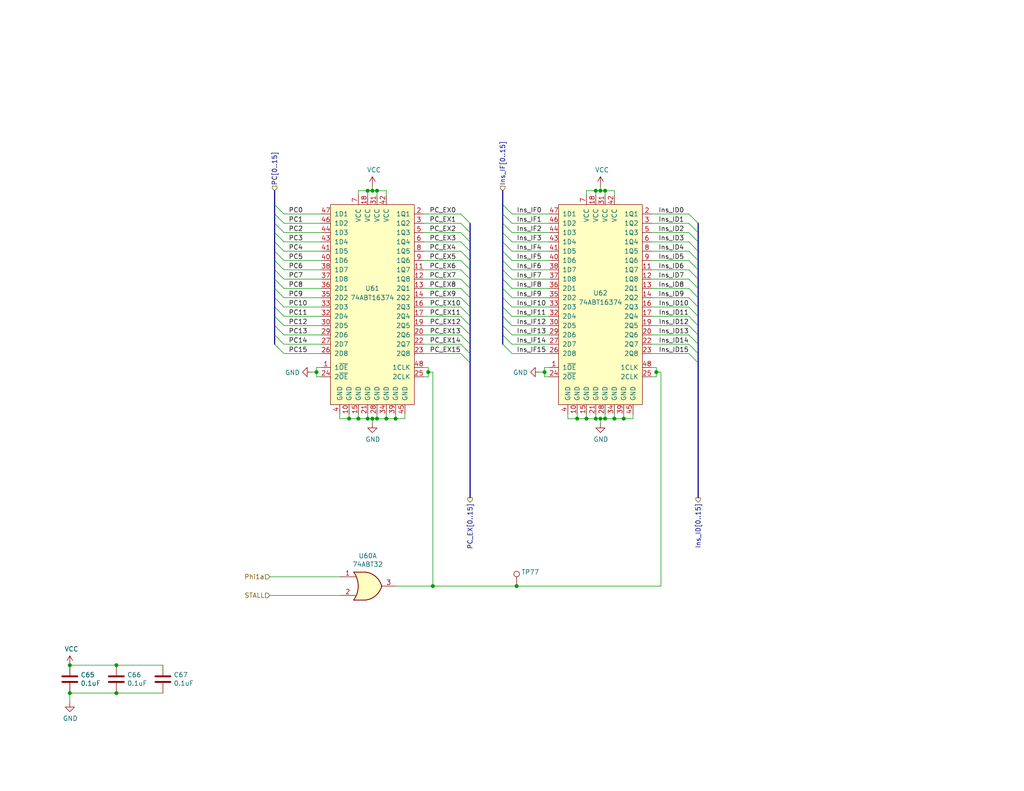
<source format=kicad_sch>
(kicad_sch (version 20230121) (generator eeschema)
  (paper "USLetter")
  (title_block (title "IF/ID") (date "2023-11-19") (rev "A") (comment 4 "Interstage pipeline registers between IF and ID"))
  (lib_symbols
    (symbol "74xx (kicad5):74ABT16374" (pin_names (offset 1.016))
      (property "Reference" "U" (at 0 1.27 0))
      (property "Value" "74ABT16374" (at 0 -1.27 0))
      (symbol "74ABT16374_0_0"
        (pin input line (at -13.97 -20.32 0) (length 2.54) (name "1~{OE}") (number "1"))
        (pin power_in line (at -6.35 -33.02 90) (length 2.54) (name "GND") (number "10"))
        (pin tri_state line (at 13.97 6.35 180) (length 2.54) (name "1Q7") (number "11"))
        (pin tri_state line (at 13.97 3.81 180) (length 2.54) (name "1Q8") (number "12"))
        (pin tri_state line (at 13.97 1.27 180) (length 2.54) (name "2Q1") (number "13"))
        (pin tri_state line (at 13.97 -1.27 180) (length 2.54) (name "2Q2") (number "14"))
        (pin power_in line (at -3.81 -33.02 90) (length 2.54) (name "GND") (number "15"))
        (pin tri_state line (at 13.97 -3.81 180) (length 2.54) (name "2Q3") (number "16"))
        (pin tri_state line (at 13.97 -6.35 180) (length 2.54) (name "2Q4") (number "17"))
        (pin power_in line (at -1.27 26.67 270) (length 2.54) (name "VCC") (number "18"))
        (pin tri_state line (at 13.97 -8.89 180) (length 2.54) (name "2Q5") (number "19"))
        (pin tri_state line (at 13.97 21.59 180) (length 2.54) (name "1Q1") (number "2"))
        (pin tri_state line (at 13.97 -11.43 180) (length 2.54) (name "2Q6") (number "20"))
        (pin power_in line (at -1.27 -33.02 90) (length 2.54) (name "GND") (number "21"))
        (pin tri_state line (at 13.97 -13.97 180) (length 2.54) (name "2Q7") (number "22"))
        (pin tri_state line (at 13.97 -16.51 180) (length 2.54) (name "2Q8") (number "23"))
        (pin input line (at -13.97 -22.86 0) (length 2.54) (name "2~{OE}") (number "24"))
        (pin input line (at 13.97 -22.86 180) (length 2.54) (name "2CLK") (number "25"))
        (pin input line (at -13.97 -16.51 0) (length 2.54) (name "2D8") (number "26"))
        (pin input line (at -13.97 -13.97 0) (length 2.54) (name "2D7") (number "27"))
        (pin power_in line (at 1.27 -33.02 90) (length 2.54) (name "GND") (number "28"))
        (pin input line (at -13.97 -11.43 0) (length 2.54) (name "2D6") (number "29"))
        (pin tri_state line (at 13.97 19.05 180) (length 2.54) (name "1Q2") (number "3"))
        (pin input line (at -13.97 -8.89 0) (length 2.54) (name "2D5") (number "30"))
        (pin power_in line (at 1.27 26.67 270) (length 2.54) (name "VCC") (number "31"))
        (pin input line (at -13.97 -6.35 0) (length 2.54) (name "2D4") (number "32"))
        (pin input line (at -13.97 -3.81 0) (length 2.54) (name "2D3") (number "33"))
        (pin power_in line (at 3.81 -33.02 90) (length 2.54) (name "GND") (number "34"))
        (pin input line (at -13.97 -1.27 0) (length 2.54) (name "2D2") (number "35"))
        (pin input line (at -13.97 1.27 0) (length 2.54) (name "2D1") (number "36"))
        (pin input line (at -13.97 3.81 0) (length 2.54) (name "1D8") (number "37"))
        (pin input line (at -13.97 6.35 0) (length 2.54) (name "1D7") (number "38"))
        (pin power_in line (at 6.35 -33.02 90) (length 2.54) (name "GND") (number "39"))
        (pin power_in line (at -8.89 -33.02 90) (length 2.54) (name "GND") (number "4"))
        (pin input line (at -13.97 8.89 0) (length 2.54) (name "1D6") (number "40"))
        (pin input line (at -13.97 11.43 0) (length 2.54) (name "1D5") (number "41"))
        (pin power_in line (at 3.81 26.67 270) (length 2.54) (name "VCC") (number "42"))
        (pin input line (at -13.97 13.97 0) (length 2.54) (name "1D4") (number "43"))
        (pin input line (at -13.97 16.51 0) (length 2.54) (name "1D3") (number "44"))
        (pin power_in line (at 8.89 -33.02 90) (length 2.54) (name "GND") (number "45"))
        (pin input line (at -13.97 19.05 0) (length 2.54) (name "1D2") (number "46"))
        (pin input line (at -13.97 21.59 0) (length 2.54) (name "1D1") (number "47"))
        (pin input line (at 13.97 -20.32 180) (length 2.54) (name "1CLK") (number "48"))
        (pin tri_state line (at 13.97 16.51 180) (length 2.54) (name "1Q3") (number "5"))
        (pin tri_state line (at 13.97 13.97 180) (length 2.54) (name "1Q4") (number "6"))
        (pin power_in line (at -3.81 26.67 270) (length 2.54) (name "VCC") (number "7"))
        (pin tri_state line (at 13.97 11.43 180) (length 2.54) (name "1Q5") (number "8"))
        (pin tri_state line (at 13.97 8.89 180) (length 2.54) (name "1Q6") (number "9"))
      )
      (symbol "74ABT16374_0_1"
        (rectangle (start -11.43 24.13) (end 11.43 -30.48) (fill (type background)))
      )
    )
    (symbol "74xx:74LS32" (pin_names (offset 1.016))
      (property "Reference" "U" (at 0 1.27 0))
      (property "Value" "74LS32" (at 0 -1.27 0))
      (symbol "74LS32_1_1"
        (arc (start -3.81 -3.81) (mid -2.589 0) (end -3.81 3.81) (stroke (width 0.254)))
        (arc (start -0.6096 -3.81) (mid 2.1842 -2.5851) (end 3.81 0) (stroke (width 0.254)) (fill (type background)))
        (polyline (pts (xy -3.81 -3.81) (xy -0.635 -3.81)) (stroke (width 0.254)) (fill (type background)))
        (polyline (pts (xy -3.81 3.81) (xy -0.635 3.81)) (stroke (width 0.254)) (fill (type background)))
        (polyline (pts (xy -0.635 3.81) (xy -3.81 3.81) (xy -3.81 3.81) (xy -3.556 3.4036) (xy -3.0226 2.2606) (xy -2.6924 1.0414) (xy -2.6162 -0.254) (xy -2.7686 -1.4986) (xy -3.175 -2.7178) (xy -3.81 -3.81) (xy -3.81 -3.81) (xy -0.635 -3.81)) (stroke (width -25.4)) (fill (type background)))
        (arc (start 3.81 0) (mid 2.1915 2.5936) (end -0.6096 3.81) (stroke (width 0.254)) (fill (type background)))
        (pin input line (at -7.62 2.54 0) (length 4.318) (name "~") (number "1"))
        (pin input line (at -7.62 -2.54 0) (length 4.318) (name "~") (number "2"))
        (pin output line (at 7.62 0 180) (length 3.81) (name "~") (number "3"))
      )
      (symbol "74LS32_1_2"
        (arc (start 0 -3.81) (mid 3.7934 0) (end 0 3.81) (stroke (width 0.254)) (fill (type background)))
        (polyline (pts (xy 0 3.81) (xy -3.81 3.81) (xy -3.81 -3.81) (xy 0 -3.81)) (stroke (width 0.254)) (fill (type background)))
        (pin input inverted (at -7.62 2.54 0) (length 3.81) (name "~") (number "1"))
        (pin input inverted (at -7.62 -2.54 0) (length 3.81) (name "~") (number "2"))
        (pin output inverted (at 7.62 0 180) (length 3.81) (name "~") (number "3"))
      )
      (symbol "74LS32_2_1"
        (arc (start -3.81 -3.81) (mid -2.589 0) (end -3.81 3.81) (stroke (width 0.254)))
        (arc (start -0.6096 -3.81) (mid 2.1842 -2.5851) (end 3.81 0) (stroke (width 0.254)) (fill (type background)))
        (polyline (pts (xy -3.81 -3.81) (xy -0.635 -3.81)) (stroke (width 0.254)) (fill (type background)))
        (polyline (pts (xy -3.81 3.81) (xy -0.635 3.81)) (stroke (width 0.254)) (fill (type background)))
        (polyline (pts (xy -0.635 3.81) (xy -3.81 3.81) (xy -3.81 3.81) (xy -3.556 3.4036) (xy -3.0226 2.2606) (xy -2.6924 1.0414) (xy -2.6162 -0.254) (xy -2.7686 -1.4986) (xy -3.175 -2.7178) (xy -3.81 -3.81) (xy -3.81 -3.81) (xy -0.635 -3.81)) (stroke (width -25.4)) (fill (type background)))
        (arc (start 3.81 0) (mid 2.1915 2.5936) (end -0.6096 3.81) (stroke (width 0.254)) (fill (type background)))
        (pin input line (at -7.62 2.54 0) (length 4.318) (name "~") (number "4"))
        (pin input line (at -7.62 -2.54 0) (length 4.318) (name "~") (number "5"))
        (pin output line (at 7.62 0 180) (length 3.81) (name "~") (number "6"))
      )
      (symbol "74LS32_2_2"
        (arc (start 0 -3.81) (mid 3.7934 0) (end 0 3.81) (stroke (width 0.254)) (fill (type background)))
        (polyline (pts (xy 0 3.81) (xy -3.81 3.81) (xy -3.81 -3.81) (xy 0 -3.81)) (stroke (width 0.254)) (fill (type background)))
        (pin input inverted (at -7.62 2.54 0) (length 3.81) (name "~") (number "4"))
        (pin input inverted (at -7.62 -2.54 0) (length 3.81) (name "~") (number "5"))
        (pin output inverted (at 7.62 0 180) (length 3.81) (name "~") (number "6"))
      )
      (symbol "74LS32_3_1"
        (arc (start -3.81 -3.81) (mid -2.589 0) (end -3.81 3.81) (stroke (width 0.254)))
        (arc (start -0.6096 -3.81) (mid 2.1842 -2.5851) (end 3.81 0) (stroke (width 0.254)) (fill (type background)))
        (polyline (pts (xy -3.81 -3.81) (xy -0.635 -3.81)) (stroke (width 0.254)) (fill (type background)))
        (polyline (pts (xy -3.81 3.81) (xy -0.635 3.81)) (stroke (width 0.254)) (fill (type background)))
        (polyline (pts (xy -0.635 3.81) (xy -3.81 3.81) (xy -3.81 3.81) (xy -3.556 3.4036) (xy -3.0226 2.2606) (xy -2.6924 1.0414) (xy -2.6162 -0.254) (xy -2.7686 -1.4986) (xy -3.175 -2.7178) (xy -3.81 -3.81) (xy -3.81 -3.81) (xy -0.635 -3.81)) (stroke (width -25.4)) (fill (type background)))
        (arc (start 3.81 0) (mid 2.1915 2.5936) (end -0.6096 3.81) (stroke (width 0.254)) (fill (type background)))
        (pin input line (at -7.62 -2.54 0) (length 4.318) (name "~") (number "10"))
        (pin output line (at 7.62 0 180) (length 3.81) (name "~") (number "8"))
        (pin input line (at -7.62 2.54 0) (length 4.318) (name "~") (number "9"))
      )
      (symbol "74LS32_3_2"
        (arc (start 0 -3.81) (mid 3.7934 0) (end 0 3.81) (stroke (width 0.254)) (fill (type background)))
        (polyline (pts (xy 0 3.81) (xy -3.81 3.81) (xy -3.81 -3.81) (xy 0 -3.81)) (stroke (width 0.254)) (fill (type background)))
        (pin input inverted (at -7.62 -2.54 0) (length 3.81) (name "~") (number "10"))
        (pin output inverted (at 7.62 0 180) (length 3.81) (name "~") (number "8"))
        (pin input inverted (at -7.62 2.54 0) (length 3.81) (name "~") (number "9"))
      )
      (symbol "74LS32_4_1"
        (arc (start -3.81 -3.81) (mid -2.589 0) (end -3.81 3.81) (stroke (width 0.254)))
        (arc (start -0.6096 -3.81) (mid 2.1842 -2.5851) (end 3.81 0) (stroke (width 0.254)) (fill (type background)))
        (polyline (pts (xy -3.81 -3.81) (xy -0.635 -3.81)) (stroke (width 0.254)) (fill (type background)))
        (polyline (pts (xy -3.81 3.81) (xy -0.635 3.81)) (stroke (width 0.254)) (fill (type background)))
        (polyline (pts (xy -0.635 3.81) (xy -3.81 3.81) (xy -3.81 3.81) (xy -3.556 3.4036) (xy -3.0226 2.2606) (xy -2.6924 1.0414) (xy -2.6162 -0.254) (xy -2.7686 -1.4986) (xy -3.175 -2.7178) (xy -3.81 -3.81) (xy -3.81 -3.81) (xy -0.635 -3.81)) (stroke (width -25.4)) (fill (type background)))
        (arc (start 3.81 0) (mid 2.1915 2.5936) (end -0.6096 3.81) (stroke (width 0.254)) (fill (type background)))
        (pin output line (at 7.62 0 180) (length 3.81) (name "~") (number "11"))
        (pin input line (at -7.62 2.54 0) (length 4.318) (name "~") (number "12"))
        (pin input line (at -7.62 -2.54 0) (length 4.318) (name "~") (number "13"))
      )
      (symbol "74LS32_4_2"
        (arc (start 0 -3.81) (mid 3.7934 0) (end 0 3.81) (stroke (width 0.254)) (fill (type background)))
        (polyline (pts (xy 0 3.81) (xy -3.81 3.81) (xy -3.81 -3.81) (xy 0 -3.81)) (stroke (width 0.254)) (fill (type background)))
        (pin output inverted (at 7.62 0 180) (length 3.81) (name "~") (number "11"))
        (pin input inverted (at -7.62 2.54 0) (length 3.81) (name "~") (number "12"))
        (pin input inverted (at -7.62 -2.54 0) (length 3.81) (name "~") (number "13"))
      )
      (symbol "74LS32_5_0"
        (pin power_in line (at 0 12.7 270) (length 5.08) (name "VCC") (number "14"))
        (pin power_in line (at 0 -12.7 90) (length 5.08) (name "GND") (number "7"))
      )
      (symbol "74LS32_5_1"
        (rectangle (start -5.08 7.62) (end 5.08 -7.62) (stroke (width 0.254)) (fill (type background)))
      )
    )
    (symbol "Connector:TestPoint" (pin_numbers hide) (pin_names (offset 0.762) hide)
      (property "Reference" "TP" (at 0 6.858 0))
      (property "Value" "TestPoint" (at 0 5.08 0))
      (symbol "TestPoint_0_1"
        (circle (center 0 3.302) (radius 0.762))
      )
      (symbol "TestPoint_1_1"
        (pin passive line (at 0 0 90) (length 2.54) (name "1") (number "1"))
      )
    )
    (symbol "Device:C" (pin_numbers hide) (pin_names (offset 0.254))
      (property "Reference" "C" (at 0.635 2.54 0))
      (property "Value" "C" (at 0.635 -2.54 0))
      (symbol "C_0_1"
        (polyline (pts (xy -2.032 -0.762) (xy 2.032 -0.762)) (stroke (width 0.508)))
        (polyline (pts (xy -2.032 0.762) (xy 2.032 0.762)) (stroke (width 0.508)))
      )
      (symbol "C_1_1"
        (pin passive line (at 0 3.81 270) (length 2.794) (name "~") (number "1"))
        (pin passive line (at 0 -3.81 90) (length 2.794) (name "~") (number "2"))
      )
    )
    (symbol "power:GND" (power) (pin_names (offset 0))
      (property "Value" "GND" (at 0 -3.81 0))
      (symbol "GND_0_1"
        (polyline (pts (xy 0 0) (xy 0 -1.27) (xy 1.27 -1.27) (xy 0 -2.54) (xy -1.27 -1.27) (xy 0 -1.27)))
      )
      (symbol "GND_1_1"
        (pin power_in line (at 0 0 270) (length 0) hide (name "GND") (number "1"))
      )
    )
    (symbol "power:VCC" (power) (pin_names (offset 0))
      (property "Value" "VCC" (at 0 3.81 0))
      (symbol "VCC_0_1"
        (polyline (pts (xy -0.762 1.27) (xy 0 2.54)))
        (polyline (pts (xy 0 0) (xy 0 2.54)))
        (polyline (pts (xy 0 2.54) (xy 0.762 1.27)))
      )
      (symbol "VCC_1_1"
        (pin power_in line (at 0 0 90) (length 0) hide (name "VCC") (number "1"))
      )
    )
  )
  (junction (at 163.83 52.07))
  (junction (at 95.25 114.3))
  (junction (at 157.48 114.3))
  (junction (at 102.87 114.3))
  (junction (at -25.4 102.87))
  (junction (at 170.18 114.3))
  (junction (at 100.33 52.07))
  (junction (at 116.84 101.6))
  (junction (at 118.11 160.02))
  (junction (at 102.87 52.07))
  (junction (at 105.41 114.3))
  (junction (at 165.1 52.07))
  (junction (at -25.4 118.11))
  (junction (at -25.4 87.63))
  (junction (at 163.83 114.3))
  (junction (at 179.07 101.6))
  (junction (at 165.1 114.3))
  (junction (at 86.36 101.6))
  (junction (at 101.6 114.3))
  (junction (at 140.97 160.02))
  (junction (at -25.4 82.55))
  (junction (at -25.4 113.03))
  (junction (at 148.59 101.6))
  (junction (at 160.02 114.3))
  (junction (at 97.79 114.3))
  (junction (at 162.56 114.3))
  (junction (at 107.95 114.3))
  (junction (at 31.75 189.23))
  (junction (at 162.56 52.07))
  (junction (at 19.05 189.23))
  (junction (at 101.6 52.07))
  (junction (at -25.4 97.79))
  (junction (at 100.33 114.3))
  (junction (at 19.05 181.61))
  (junction (at 31.75 181.61))
  (junction (at 167.64 114.3))
  (no_connect (at -7.62 85.09))
  (no_connect (at -7.62 100.33))
  (no_connect (at -7.62 115.57))
  (bus_entry (at 74.93 68.58) (size 2.54 2.54))
  (bus_entry (at 125.73 88.9) (size 2.54 2.54))
  (bus_entry (at 137.16 63.5) (size 2.54 2.54))
  (bus_entry (at 74.93 86.36) (size 2.54 2.54))
  (bus_entry (at 137.16 76.2) (size 2.54 2.54))
  (bus_entry (at 74.93 63.5) (size 2.54 2.54))
  (bus_entry (at 125.73 66.04) (size 2.54 2.54))
  (bus_entry (at 74.93 93.98) (size 2.54 2.54))
  (bus_entry (at 74.93 66.04) (size 2.54 2.54))
  (bus_entry (at 137.16 71.12) (size 2.54 2.54))
  (bus_entry (at 74.93 55.88) (size 2.54 2.54))
  (bus_entry (at 187.96 63.5) (size 2.54 2.54))
  (bus_entry (at 187.96 78.74) (size 2.54 2.54))
  (bus_entry (at 125.73 73.66) (size 2.54 2.54))
  (bus_entry (at 187.96 68.58) (size 2.54 2.54))
  (bus_entry (at 125.73 96.52) (size 2.54 2.54))
  (bus_entry (at 125.73 58.42) (size 2.54 2.54))
  (bus_entry (at 137.16 81.28) (size 2.54 2.54))
  (bus_entry (at 187.96 93.98) (size 2.54 2.54))
  (bus_entry (at 125.73 91.44) (size 2.54 2.54))
  (bus_entry (at 137.16 55.88) (size 2.54 2.54))
  (bus_entry (at 125.73 71.12) (size 2.54 2.54))
  (bus_entry (at 137.16 60.96) (size 2.54 2.54))
  (bus_entry (at 74.93 58.42) (size 2.54 2.54))
  (bus_entry (at 137.16 83.82) (size 2.54 2.54))
  (bus_entry (at 125.73 76.2) (size 2.54 2.54))
  (bus_entry (at 125.73 78.74) (size 2.54 2.54))
  (bus_entry (at 125.73 81.28) (size 2.54 2.54))
  (bus_entry (at 137.16 66.04) (size 2.54 2.54))
  (bus_entry (at 74.93 60.96) (size 2.54 2.54))
  (bus_entry (at 137.16 88.9) (size 2.54 2.54))
  (bus_entry (at 74.93 91.44) (size 2.54 2.54))
  (bus_entry (at 187.96 66.04) (size 2.54 2.54))
  (bus_entry (at 137.16 91.44) (size 2.54 2.54))
  (bus_entry (at 125.73 68.58) (size 2.54 2.54))
  (bus_entry (at 187.96 96.52) (size 2.54 2.54))
  (bus_entry (at 187.96 58.42) (size 2.54 2.54))
  (bus_entry (at 137.16 58.42) (size 2.54 2.54))
  (bus_entry (at 137.16 73.66) (size 2.54 2.54))
  (bus_entry (at 187.96 86.36) (size 2.54 2.54))
  (bus_entry (at 187.96 71.12) (size 2.54 2.54))
  (bus_entry (at 74.93 81.28) (size 2.54 2.54))
  (bus_entry (at 74.93 73.66) (size 2.54 2.54))
  (bus_entry (at 137.16 78.74) (size 2.54 2.54))
  (bus_entry (at 187.96 88.9) (size 2.54 2.54))
  (bus_entry (at 74.93 76.2) (size 2.54 2.54))
  (bus_entry (at 187.96 91.44) (size 2.54 2.54))
  (bus_entry (at 137.16 68.58) (size 2.54 2.54))
  (bus_entry (at 187.96 76.2) (size 2.54 2.54))
  (bus_entry (at 74.93 78.74) (size 2.54 2.54))
  (bus_entry (at 74.93 88.9) (size 2.54 2.54))
  (bus_entry (at 137.16 86.36) (size 2.54 2.54))
  (bus_entry (at 187.96 73.66) (size 2.54 2.54))
  (bus_entry (at 137.16 93.98) (size 2.54 2.54))
  (bus_entry (at 125.73 93.98) (size 2.54 2.54))
  (bus_entry (at 74.93 71.12) (size 2.54 2.54))
  (bus_entry (at 187.96 81.28) (size 2.54 2.54))
  (bus_entry (at 125.73 63.5) (size 2.54 2.54))
  (bus_entry (at 125.73 83.82) (size 2.54 2.54))
  (bus_entry (at 125.73 60.96) (size 2.54 2.54))
  (bus_entry (at 187.96 83.82) (size 2.54 2.54))
  (bus_entry (at 74.93 83.82) (size 2.54 2.54))
  (bus_entry (at 125.73 86.36) (size 2.54 2.54))
  (bus_entry (at 187.96 60.96) (size 2.54 2.54))
  (wire (pts (xy 139.7 66.04) (xy 149.86 66.04)))
  (wire (pts (xy 187.96 93.98) (xy 177.8 93.98)))
  (wire (pts (xy 139.7 73.66) (xy 149.86 73.66)))
  (wire (pts (xy 187.96 68.58) (xy 177.8 68.58)))
  (wire (pts (xy 179.07 101.6) (xy 180.34 101.6)))
  (bus (pts (xy 74.93 91.44) (xy 74.93 93.98)))
  (bus (pts (xy 128.27 73.66) (xy 128.27 76.2)))
  (wire (pts (xy 160.02 113.03) (xy 160.02 114.3)))
  (wire (pts (xy -22.86 113.03) (xy -25.4 113.03)))
  (wire (pts (xy 125.73 60.96) (xy 115.57 60.96)))
  (wire (pts (xy 187.96 88.9) (xy 177.8 88.9)))
  (wire (pts (xy 101.6 114.3) (xy 102.87 114.3)))
  (bus (pts (xy 137.16 76.2) (xy 137.16 78.74)))
  (wire (pts (xy -22.86 118.11) (xy -25.4 118.11)))
  (wire (pts (xy -25.4 97.79) (xy -25.4 102.87)))
  (bus (pts (xy 128.27 83.82) (xy 128.27 86.36)))
  (wire (pts (xy 187.96 58.42) (xy 177.8 58.42)))
  (wire (pts (xy 100.33 113.03) (xy 100.33 114.3)))
  (bus (pts (xy 74.93 66.04) (xy 74.93 68.58)))
  (wire (pts (xy 97.79 113.03) (xy 97.79 114.3)))
  (wire (pts (xy 31.75 189.23) (xy 19.05 189.23)))
  (bus (pts (xy 190.5 68.58) (xy 190.5 71.12)))
  (wire (pts (xy 187.96 83.82) (xy 177.8 83.82)))
  (bus (pts (xy 137.16 52.07) (xy 137.16 55.88)))
  (bus (pts (xy 137.16 63.5) (xy 137.16 66.04)))
  (wire (pts (xy 139.7 76.2) (xy 149.86 76.2)))
  (wire (pts (xy 165.1 113.03) (xy 165.1 114.3)))
  (bus (pts (xy 137.16 66.04) (xy 137.16 68.58)))
  (bus (pts (xy 74.93 68.58) (xy 74.93 71.12)))
  (bus (pts (xy 190.5 78.74) (xy 190.5 81.28)))
  (bus (pts (xy 190.5 71.12) (xy 190.5 73.66)))
  (wire (pts (xy -25.4 80.01) (xy -25.4 82.55)))
  (wire (pts (xy 163.83 114.3) (xy 163.83 115.57)))
  (wire (pts (xy 77.47 60.96) (xy 87.63 60.96)))
  (wire (pts (xy 77.47 68.58) (xy 87.63 68.58)))
  (wire (pts (xy 187.96 81.28) (xy 177.8 81.28)))
  (bus (pts (xy 137.16 58.42) (xy 137.16 60.96)))
  (bus (pts (xy 137.16 55.88) (xy 137.16 58.42)))
  (wire (pts (xy 157.48 114.3) (xy 160.02 114.3)))
  (wire (pts (xy 125.73 96.52) (xy 115.57 96.52)))
  (wire (pts (xy 77.47 86.36) (xy 87.63 86.36)))
  (wire (pts (xy 105.41 114.3) (xy 107.95 114.3)))
  (bus (pts (xy 74.93 55.88) (xy 74.93 58.42)))
  (bus (pts (xy 74.93 71.12) (xy 74.93 73.66)))
  (wire (pts (xy 157.48 113.03) (xy 157.48 114.3)))
  (wire (pts (xy 148.59 100.33) (xy 148.59 101.6)))
  (wire (pts (xy 179.07 101.6) (xy 179.07 102.87)))
  (wire (pts (xy 148.59 101.6) (xy 147.32 101.6)))
  (wire (pts (xy 102.87 114.3) (xy 105.41 114.3)))
  (wire (pts (xy 163.83 114.3) (xy 165.1 114.3)))
  (wire (pts (xy 125.73 78.74) (xy 115.57 78.74)))
  (wire (pts (xy 125.73 93.98) (xy 115.57 93.98)))
  (bus (pts (xy 190.5 93.98) (xy 190.5 96.52)))
  (wire (pts (xy 160.02 52.07) (xy 162.56 52.07)))
  (bus (pts (xy 128.27 78.74) (xy 128.27 81.28)))
  (wire (pts (xy 77.47 66.04) (xy 87.63 66.04)))
  (wire (pts (xy 165.1 52.07) (xy 167.64 52.07)))
  (wire (pts (xy 92.71 114.3) (xy 95.25 114.3)))
  (wire (pts (xy 139.7 83.82) (xy 149.86 83.82)))
  (wire (pts (xy 116.84 100.33) (xy 116.84 101.6)))
  (bus (pts (xy 137.16 83.82) (xy 137.16 86.36)))
  (wire (pts (xy 187.96 63.5) (xy 177.8 63.5)))
  (wire (pts (xy 92.71 162.56) (xy 73.66 162.56)))
  (bus (pts (xy 74.93 63.5) (xy 74.93 66.04)))
  (wire (pts (xy -22.86 87.63) (xy -25.4 87.63)))
  (bus (pts (xy 137.16 71.12) (xy 137.16 73.66)))
  (wire (pts (xy 77.47 78.74) (xy 87.63 78.74)))
  (wire (pts (xy 139.7 68.58) (xy 149.86 68.58)))
  (bus (pts (xy 128.27 96.52) (xy 128.27 99.06)))
  (wire (pts (xy 97.79 53.34) (xy 97.79 52.07)))
  (bus (pts (xy 137.16 60.96) (xy 137.16 63.5)))
  (wire (pts (xy 116.84 101.6) (xy 118.11 101.6)))
  (wire (pts (xy 163.83 50.8) (xy 163.83 52.07)))
  (wire (pts (xy 163.83 52.07) (xy 165.1 52.07)))
  (wire (pts (xy 100.33 53.34) (xy 100.33 52.07)))
  (bus (pts (xy 74.93 86.36) (xy 74.93 88.9)))
  (wire (pts (xy 100.33 52.07) (xy 101.6 52.07)))
  (wire (pts (xy 77.47 71.12) (xy 87.63 71.12)))
  (wire (pts (xy 31.75 181.61) (xy 44.45 181.61)))
  (bus (pts (xy 137.16 73.66) (xy 137.16 76.2)))
  (wire (pts (xy 125.73 81.28) (xy 115.57 81.28)))
  (bus (pts (xy 74.93 88.9) (xy 74.93 91.44)))
  (wire (pts (xy 139.7 58.42) (xy 149.86 58.42)))
  (wire (pts (xy 125.73 88.9) (xy 115.57 88.9)))
  (wire (pts (xy 110.49 114.3) (xy 110.49 113.03)))
  (bus (pts (xy 74.93 58.42) (xy 74.93 60.96)))
  (wire (pts (xy 77.47 58.42) (xy 87.63 58.42)))
  (wire (pts (xy 165.1 53.34) (xy 165.1 52.07)))
  (wire (pts (xy 149.86 100.33) (xy 148.59 100.33)))
  (bus (pts (xy 128.27 60.96) (xy 128.27 63.5)))
  (wire (pts (xy 125.73 58.42) (xy 115.57 58.42)))
  (bus (pts (xy 74.93 78.74) (xy 74.93 81.28)))
  (wire (pts (xy 187.96 96.52) (xy 177.8 96.52)))
  (wire (pts (xy 77.47 83.82) (xy 87.63 83.82)))
  (bus (pts (xy 190.5 73.66) (xy 190.5 76.2)))
  (wire (pts (xy 101.6 50.8) (xy 101.6 52.07)))
  (wire (pts (xy 139.7 81.28) (xy 149.86 81.28)))
  (wire (pts (xy 97.79 114.3) (xy 100.33 114.3)))
  (bus (pts (xy 190.5 91.44) (xy 190.5 93.98)))
  (wire (pts (xy -22.86 102.87) (xy -25.4 102.87)))
  (bus (pts (xy 128.27 71.12) (xy 128.27 73.66)))
  (bus (pts (xy 128.27 86.36) (xy 128.27 88.9)))
  (bus (pts (xy 190.5 88.9) (xy 190.5 91.44)))
  (wire (pts (xy 77.47 81.28) (xy 87.63 81.28)))
  (wire (pts (xy 140.97 160.02) (xy 180.34 160.02)))
  (wire (pts (xy 100.33 114.3) (xy 101.6 114.3)))
  (wire (pts (xy 139.7 86.36) (xy 149.86 86.36)))
  (bus (pts (xy 128.27 99.06) (xy 128.27 135.89)))
  (wire (pts (xy 139.7 91.44) (xy 149.86 91.44)))
  (wire (pts (xy 101.6 114.3) (xy 101.6 115.57)))
  (bus (pts (xy 190.5 76.2) (xy 190.5 78.74)))
  (wire (pts (xy 148.59 102.87) (xy 149.86 102.87)))
  (wire (pts (xy 162.56 114.3) (xy 163.83 114.3)))
  (wire (pts (xy 125.73 86.36) (xy 115.57 86.36)))
  (wire (pts (xy 170.18 114.3) (xy 172.72 114.3)))
  (wire (pts (xy 125.73 66.04) (xy 115.57 66.04)))
  (wire (pts (xy 187.96 71.12) (xy 177.8 71.12)))
  (wire (pts (xy 86.36 102.87) (xy 87.63 102.87)))
  (wire (pts (xy 86.36 100.33) (xy 86.36 101.6)))
  (wire (pts (xy 139.7 96.52) (xy 149.86 96.52)))
  (wire (pts (xy 187.96 76.2) (xy 177.8 76.2)))
  (wire (pts (xy 154.94 113.03) (xy 154.94 114.3)))
  (bus (pts (xy 137.16 81.28) (xy 137.16 83.82)))
  (wire (pts (xy 139.7 88.9) (xy 149.86 88.9)))
  (bus (pts (xy 137.16 88.9) (xy 137.16 91.44)))
  (wire (pts (xy 125.73 63.5) (xy 115.57 63.5)))
  (wire (pts (xy 167.64 113.03) (xy 167.64 114.3)))
  (wire (pts (xy 77.47 76.2) (xy 87.63 76.2)))
  (wire (pts (xy 187.96 86.36) (xy 177.8 86.36)))
  (wire (pts (xy 86.36 101.6) (xy 86.36 102.87)))
  (wire (pts (xy 125.73 68.58) (xy 115.57 68.58)))
  (wire (pts (xy 187.96 66.04) (xy 177.8 66.04)))
  (wire (pts (xy 77.47 96.52) (xy 87.63 96.52)))
  (wire (pts (xy 167.64 114.3) (xy 170.18 114.3)))
  (bus (pts (xy 128.27 93.98) (xy 128.27 96.52)))
  (wire (pts (xy 118.11 160.02) (xy 140.97 160.02)))
  (wire (pts (xy 97.79 52.07) (xy 100.33 52.07)))
  (bus (pts (xy 137.16 68.58) (xy 137.16 71.12)))
  (wire (pts (xy 180.34 160.02) (xy 180.34 101.6)))
  (wire (pts (xy -22.86 97.79) (xy -25.4 97.79)))
  (wire (pts (xy 92.71 113.03) (xy 92.71 114.3)))
  (wire (pts (xy 95.25 113.03) (xy 95.25 114.3)))
  (bus (pts (xy 190.5 63.5) (xy 190.5 66.04)))
  (bus (pts (xy 190.5 81.28) (xy 190.5 83.82)))
  (wire (pts (xy 125.73 76.2) (xy 115.57 76.2)))
  (wire (pts (xy 139.7 93.98) (xy 149.86 93.98)))
  (wire (pts (xy 77.47 91.44) (xy 87.63 91.44)))
  (bus (pts (xy 74.93 73.66) (xy 74.93 76.2)))
  (bus (pts (xy 190.5 86.36) (xy 190.5 88.9)))
  (bus (pts (xy 190.5 60.96) (xy 190.5 63.5)))
  (wire (pts (xy 101.6 52.07) (xy 102.87 52.07)))
  (wire (pts (xy 92.71 157.48) (xy 73.66 157.48)))
  (wire (pts (xy 125.73 83.82) (xy 115.57 83.82)))
  (bus (pts (xy 128.27 81.28) (xy 128.27 83.82)))
  (wire (pts (xy 115.57 100.33) (xy 116.84 100.33)))
  (wire (pts (xy 179.07 102.87) (xy 177.8 102.87)))
  (wire (pts (xy 77.47 63.5) (xy 87.63 63.5)))
  (bus (pts (xy 128.27 76.2) (xy 128.27 78.74)))
  (bus (pts (xy 128.27 66.04) (xy 128.27 68.58)))
  (wire (pts (xy 187.96 91.44) (xy 177.8 91.44)))
  (bus (pts (xy 190.5 66.04) (xy 190.5 68.58)))
  (wire (pts (xy 102.87 52.07) (xy 105.41 52.07)))
  (wire (pts (xy 125.73 91.44) (xy 115.57 91.44)))
  (wire (pts (xy 107.95 114.3) (xy 110.49 114.3)))
  (wire (pts (xy 107.95 113.03) (xy 107.95 114.3)))
  (bus (pts (xy 137.16 91.44) (xy 137.16 93.98)))
  (wire (pts (xy 139.7 71.12) (xy 149.86 71.12)))
  (wire (pts (xy 172.72 114.3) (xy 172.72 113.03)))
  (wire (pts (xy 187.96 73.66) (xy 177.8 73.66)))
  (wire (pts (xy 19.05 181.61) (xy 31.75 181.61)))
  (wire (pts (xy 77.47 88.9) (xy 87.63 88.9)))
  (wire (pts (xy 86.36 101.6) (xy 85.09 101.6)))
  (bus (pts (xy 190.5 83.82) (xy 190.5 86.36)))
  (bus (pts (xy 128.27 91.44) (xy 128.27 93.98)))
  (bus (pts (xy 137.16 86.36) (xy 137.16 88.9)))
  (wire (pts (xy 148.59 101.6) (xy 148.59 102.87)))
  (wire (pts (xy 167.64 52.07) (xy 167.64 53.34)))
  (wire (pts (xy 118.11 160.02) (xy 107.95 160.02)))
  (wire (pts (xy 187.96 78.74) (xy 177.8 78.74)))
  (wire (pts (xy 125.73 71.12) (xy 115.57 71.12)))
  (wire (pts (xy 77.47 93.98) (xy 87.63 93.98)))
  (wire (pts (xy 139.7 60.96) (xy 149.86 60.96)))
  (wire (pts (xy 95.25 114.3) (xy 97.79 114.3)))
  (wire (pts (xy 160.02 114.3) (xy 162.56 114.3)))
  (wire (pts (xy -25.4 118.11) (xy -25.4 124.46)))
  (wire (pts (xy 179.07 100.33) (xy 179.07 101.6)))
  (wire (pts (xy 187.96 60.96) (xy 177.8 60.96)))
  (wire (pts (xy 139.7 78.74) (xy 149.86 78.74)))
  (bus (pts (xy 137.16 78.74) (xy 137.16 81.28)))
  (bus (pts (xy 74.93 81.28) (xy 74.93 83.82)))
  (wire (pts (xy 102.87 53.34) (xy 102.87 52.07)))
  (wire (pts (xy 139.7 63.5) (xy 149.86 63.5)))
  (wire (pts (xy 160.02 53.34) (xy 160.02 52.07)))
  (wire (pts (xy 162.56 53.34) (xy 162.56 52.07)))
  (bus (pts (xy 128.27 63.5) (xy 128.27 66.04)))
  (wire (pts (xy 165.1 114.3) (xy 167.64 114.3)))
  (bus (pts (xy 128.27 88.9) (xy 128.27 91.44)))
  (wire (pts (xy 87.63 100.33) (xy 86.36 100.33)))
  (wire (pts (xy 162.56 113.03) (xy 162.56 114.3)))
  (bus (pts (xy 190.5 96.52) (xy 190.5 99.06)))
  (wire (pts (xy -25.4 87.63) (xy -25.4 97.79)))
  (bus (pts (xy 74.93 52.07) (xy 74.93 55.88)))
  (bus (pts (xy 190.5 99.06) (xy 190.5 135.89)))
  (bus (pts (xy 74.93 60.96) (xy 74.93 63.5)))
  (wire (pts (xy -25.4 113.03) (xy -25.4 118.11)))
  (wire (pts (xy 125.73 73.66) (xy 115.57 73.66)))
  (wire (pts (xy -25.4 102.87) (xy -25.4 113.03)))
  (wire (pts (xy 105.41 52.07) (xy 105.41 53.34)))
  (wire (pts (xy 170.18 113.03) (xy 170.18 114.3)))
  (wire (pts (xy -25.4 82.55) (xy -25.4 87.63)))
  (wire (pts (xy 177.8 100.33) (xy 179.07 100.33)))
  (wire (pts (xy 162.56 52.07) (xy 163.83 52.07)))
  (bus (pts (xy 74.93 83.82) (xy 74.93 86.36)))
  (wire (pts (xy 19.05 191.77) (xy 19.05 189.23)))
  (wire (pts (xy 116.84 101.6) (xy 116.84 102.87)))
  (wire (pts (xy 118.11 101.6) (xy 118.11 160.02)))
  (bus (pts (xy 128.27 68.58) (xy 128.27 71.12)))
  (wire (pts (xy 116.84 102.87) (xy 115.57 102.87)))
  (wire (pts (xy 44.45 189.23) (xy 31.75 189.23)))
  (wire (pts (xy 102.87 113.03) (xy 102.87 114.3)))
  (wire (pts (xy 105.41 113.03) (xy 105.41 114.3)))
  (wire (pts (xy 154.94 114.3) (xy 157.48 114.3)))
  (wire (pts (xy 77.47 73.66) (xy 87.63 73.66)))
  (bus (pts (xy 74.93 76.2) (xy 74.93 78.74)))
  (wire (pts (xy -22.86 82.55) (xy -25.4 82.55)))
  (label "Ins_IF3" (at 140.97 66.04 0))
  (label "Ins_IF4" (at 140.97 68.58 0))
  (label "PC_EX1" (at 124.46 60.96 180))
  (label "Ins_ID3" (at 186.69 66.04 180))
  (label "PC_EX13" (at 125.73 91.44 180))
  (label "PC6" (at 78.74 73.66 0))
  (label "PC_EX7" (at 124.46 76.2 180))
  (label "PC_EX8" (at 124.46 78.74 180))
  (label "PC_EX5" (at 124.46 71.12 180))
  (label "PC10" (at 78.74 83.82 0))
  (label "Ins_ID0" (at 186.69 58.42 180))
  (label "Ins_IF9" (at 140.97 81.28 0))
  (label "Ins_IF1" (at 140.97 60.96 0))
  (label "PC_EX2" (at 124.46 63.5 180))
  (label "Ins_IF8" (at 140.97 78.74 0))
  (label "Ins_ID6" (at 186.69 73.66 180))
  (label "PC_EX15" (at 125.73 96.52 180))
  (label "PC_EX12" (at 125.73 88.9 180))
  (label "PC13" (at 78.74 91.44 0))
  (label "PC_EX6" (at 124.46 73.66 180))
  (label "Ins_ID2" (at 186.69 63.5 180))
  (label "PC9" (at 78.74 81.28 0))
  (label "PC3" (at 78.74 66.04 0))
  (label "Ins_IF13" (at 140.97 91.44 0))
  (label "PC12" (at 78.74 88.9 0))
  (label "Ins_ID15" (at 187.96 96.52 180))
  (label "PC8" (at 78.74 78.74 0))
  (label "Ins_ID11" (at 187.96 86.36 180))
  (label "PC2" (at 78.74 63.5 0))
  (label "Ins_ID9" (at 186.69 81.28 180))
  (label "Ins_ID7" (at 186.69 76.2 180))
  (label "Ins_IF6" (at 140.97 73.66 0))
  (label "Ins_IF12" (at 140.97 88.9 0))
  (label "PC11" (at 78.74 86.36 0))
  (label "PC7" (at 78.74 76.2 0))
  (label "PC0" (at 78.74 58.42 0))
  (label "Ins_ID14" (at 187.96 93.98 180))
  (label "PC1" (at 78.74 60.96 0))
  (label "Ins_ID10" (at 187.96 83.82 180))
  (label "PC_EX4" (at 124.46 68.58 180))
  (label "Ins_IF11" (at 140.97 86.36 0))
  (label "Ins_ID5" (at 186.69 71.12 180))
  (label "Ins_IF14" (at 140.97 93.98 0))
  (label "Ins_ID13" (at 187.96 91.44 180))
  (label "Ins_IF5" (at 140.97 71.12 0))
  (label "PC_EX9" (at 124.46 81.28 180))
  (label "PC4" (at 78.74 68.58 0))
  (label "Ins_ID4" (at 186.69 68.58 180))
  (label "PC_EX14" (at 125.73 93.98 180))
  (label "Ins_IF15" (at 140.97 96.52 0))
  (label "Ins_IF2" (at 140.97 63.5 0))
  (label "Ins_IF0" (at 140.97 58.42 0))
  (label "Ins_IF7" (at 140.97 76.2 0))
  (label "PC_EX10" (at 125.73 83.82 180))
  (label "Ins_IF10" (at 140.97 83.82 0))
  (label "PC14" (at 78.74 93.98 0))
  (label "Ins_ID8" (at 186.69 78.74 180))
  (label "PC15" (at 78.74 96.52 0))
  (label "PC5" (at 78.74 71.12 0))
  (label "Ins_ID1" (at 186.69 60.96 180))
  (label "Ins_ID12" (at 187.96 88.9 180))
  (label "PC_EX3" (at 124.46 66.04 180))
  (label "PC_EX11" (at 125.73 86.36 180))
  (label "PC_EX0" (at 124.46 58.42 180))
  (hierarchical_label "Ins_IF[0..15]" (shape input) (at 137.16 52.07 90))
  (hierarchical_label "Phi1a" (shape input) (at 73.66 157.48 180))
  (hierarchical_label "STALL" (shape input) (at 73.66 162.56 180))
  (hierarchical_label "PC[0..15]" (shape input) (at 74.93 52.07 90))
  (hierarchical_label "PC_EX[0..15]" (shape output) (at 128.27 135.89 270))
  (hierarchical_label "Ins_ID[0..15]" (shape output) (at 190.5 135.89 270))
  (symbol (lib_id "power:GND") (at 85.09 101.6 270) (unit 1)
    (property "Reference" "#PWR0380" (effects hide))
    (property "Value" "GND" (at 81.8388 101.727 90) (effects (justify right)))
  )
  (symbol (lib_id "power:VCC") (at 101.6 50.8 0) (unit 1)
    (property "Reference" "#PWR0381" (effects hide))
    (property "Value" "VCC" (at 102.0318 46.4058 0))
  )
  (symbol (lib_id "Device:C") (at 19.05 185.42 0) (unit 1)
    (property "Reference" "C65" (at 21.971 184.2516 0) (effects (justify left)))
    (property "Value" "0.1uF" (at 21.971 186.563 0) (effects (justify left)))
    (property "Footprint" "Capacitor_SMD:C_0603_1608Metric_Pad1.08x0.95mm_HandSolder" (effects hide))
    (property "Mouser" "https://www.mouser.com/ProductDetail/963-EMK107B7104KAHT" (effects hide))
  )
  (symbol (lib_id "Device:C") (at 31.75 185.42 0) (unit 1)
    (property "Reference" "C66" (at 34.671 184.2516 0) (effects (justify left)))
    (property "Value" "0.1uF" (at 34.671 186.563 0) (effects (justify left)))
    (property "Footprint" "Capacitor_SMD:C_0603_1608Metric_Pad1.08x0.95mm_HandSolder" (effects hide))
    (property "Mouser" "https://www.mouser.com/ProductDetail/963-EMK107B7104KAHT" (effects hide))
  )
  (symbol (lib_id "power:VCC") (at 19.05 181.61 0) (unit 1)
    (property "Reference" "#PWR0378" (effects hide))
    (property "Value" "VCC" (at 19.4818 177.2158 0))
  )
  (symbol (lib_id "power:GND") (at 19.05 191.77 0) (unit 1)
    (property "Reference" "#PWR0379" (effects hide))
    (property "Value" "GND" (at 19.177 196.1642 0))
  )
  (symbol (lib_id "power:GND") (at 147.32 101.6 270) (unit 1)
    (property "Reference" "#PWR0383" (effects hide))
    (property "Value" "GND" (at 144.0688 101.727 90) (effects (justify right)))
  )
  (symbol (lib_id "power:GND") (at 101.6 115.57 0) (unit 1)
    (property "Reference" "#PWR0382" (effects hide))
    (property "Value" "GND" (at 101.727 119.9642 0))
  )
  (symbol (lib_id "Device:C") (at 44.45 185.42 0) (unit 1)
    (property "Reference" "C67" (at 47.371 184.2516 0) (effects (justify left)))
    (property "Value" "0.1uF" (at 47.371 186.563 0) (effects (justify left)))
    (property "Footprint" "Capacitor_SMD:C_0603_1608Metric_Pad1.08x0.95mm_HandSolder" (effects hide))
    (property "Mouser" "https://www.mouser.com/ProductDetail/963-EMK107B7104KAHT" (effects hide))
  )
  (symbol (lib_id "power:VCC") (at -25.4 80.01 0) (unit 1)
    (property "Reference" "#PWR0376" (effects hide))
    (property "Value" "VCC" (at -24.9682 75.6158 0))
  )
  (symbol (lib_id "power:GND") (at -25.4 149.86 0) (unit 1)
    (property "Reference" "#PWR0377" (effects hide))
    (property "Value" "GND" (at -25.273 154.2542 0))
  )
  (symbol (lib_id "74xx (kicad5):74ABT16374") (at 101.6 80.01 0) (unit 1)
    (property "Reference" "U61" (at 101.6 78.74 0))
    (property "Value" "74ABT16374" (at 101.6 81.28 0))
    (property "Footprint" "Package_SO:TSSOP-48_6.1x12.5mm_P0.5mm" (effects hide))
    (property "Datasheet" "https://www.ti.com/lit/ds/symlink/sn74abt16374a.pdf?HQS=dis-mous-null-mousermode-dsf-pf-null-wwe&ts=1617318801237" (effects hide))
    (property "Mouser" "https://www.mouser.com/ProductDetail/Texas-Instruments/SN74ABT16374ADGGR?qs=%2Fha2pyFadui8Wf%2F61v2joCyY9bOa3peBR5btn0VUHs8%3D" (effects hide))
  )
  (symbol (lib_id "power:VCC") (at 163.83 50.8 0) (unit 1)
    (property "Reference" "#PWR0384" (effects hide))
    (property "Value" "VCC" (at 164.2618 46.4058 0))
  )
  (symbol (lib_id "power:GND") (at 163.83 115.57 0) (unit 1)
    (property "Reference" "#PWR0385" (effects hide))
    (property "Value" "GND" (at 163.957 119.9642 0))
  )
  (symbol (lib_id "74xx (kicad5):74ABT16374") (at 163.83 80.01 0) (unit 1)
    (property "Reference" "U62" (at 163.83 80.01 0))
    (property "Value" "74ABT16374" (at 163.83 82.55 0))
    (property "Footprint" "Package_SO:TSSOP-48_6.1x12.5mm_P0.5mm" (effects hide))
    (property "Datasheet" "https://www.ti.com/lit/ds/symlink/sn74abt16374a.pdf?HQS=dis-mous-null-mousermode-dsf-pf-null-wwe&ts=1617318801237" (effects hide))
    (property "Mouser" "https://www.mouser.com/ProductDetail/Texas-Instruments/SN74ABT16374ADGGR?qs=%2Fha2pyFadui8Wf%2F61v2joCyY9bOa3peBR5btn0VUHs8%3D" (effects hide))
  )
  (symbol (lib_id "74xx:74LS32") (at 100.33 160.02 0) (unit 1)
    (property "Reference" "U60" (at 100.33 151.765 0))
    (property "Value" "74ABT32" (at 100.33 154.0764 0))
    (property "Footprint" "Package_SO:TSSOP-14_4.4x5mm_P0.65mm" (effects hide))
    (property "Datasheet" "http://www.ti.com/lit/gpn/sn74LS32" (effects hide))
    (property "Mouser" "https://www.mouser.com/ProductDetail/Nexperia/74ABT32PW118?qs=P62ublwmbi%2FkuIVV181WGQ%3D%3D" (effects hide))
  )
  (symbol (lib_id "74xx:74LS32") (at -15.24 85.09 0) (unit 2)
    (property "Reference" "U60" (at -15.24 76.835 0))
    (property "Value" "74ABT32" (at -15.24 79.1464 0))
    (property "Footprint" "Package_SO:TSSOP-14_4.4x5mm_P0.65mm" (effects hide))
    (property "Datasheet" "http://www.ti.com/lit/gpn/sn74LS32" (effects hide))
    (property "Mouser" "https://www.mouser.com/ProductDetail/Nexperia/74ABT32PW118?qs=P62ublwmbi%2FkuIVV181WGQ%3D%3D" (effects hide))
  )
  (symbol (lib_id "74xx:74LS32") (at -15.24 100.33 0) (unit 3)
    (property "Reference" "U60" (at -15.24 92.075 0))
    (property "Value" "74ABT32" (at -15.24 94.3864 0))
    (property "Footprint" "Package_SO:TSSOP-14_4.4x5mm_P0.65mm" (effects hide))
    (property "Datasheet" "http://www.ti.com/lit/gpn/sn74LS32" (effects hide))
    (property "Mouser" "https://www.mouser.com/ProductDetail/Nexperia/74ABT32PW118?qs=P62ublwmbi%2FkuIVV181WGQ%3D%3D" (effects hide))
  )
  (symbol (lib_id "74xx:74LS32") (at -15.24 115.57 0) (unit 4)
    (property "Reference" "U60" (at -15.24 107.315 0))
    (property "Value" "74ABT32" (at -15.24 109.6264 0))
    (property "Footprint" "Package_SO:TSSOP-14_4.4x5mm_P0.65mm" (effects hide))
    (property "Datasheet" "http://www.ti.com/lit/gpn/sn74LS32" (effects hide))
    (property "Mouser" "https://www.mouser.com/ProductDetail/Nexperia/74ABT32PW118?qs=P62ublwmbi%2FkuIVV181WGQ%3D%3D" (effects hide))
  )
  (symbol (lib_id "74xx:74LS32") (at -25.4 137.16 0) (unit 5)
    (property "Reference" "U60" (at -19.558 135.9916 0) (effects (justify left)))
    (property "Value" "74ABT32" (at -19.558 138.303 0) (effects (justify left)))
    (property "Footprint" "Package_SO:TSSOP-14_4.4x5mm_P0.65mm" (effects hide))
    (property "Datasheet" "http://www.ti.com/lit/gpn/sn74LS32" (effects hide))
    (property "Mouser" "https://www.mouser.com/ProductDetail/Nexperia/74ABT32PW118?qs=P62ublwmbi%2FkuIVV181WGQ%3D%3D" (effects hide))
  )
  (symbol (lib_id "Connector:TestPoint") (at 140.97 160.02 0) (unit 1)
    (property "Reference" "TP77" (at 142.24 156.21 0) (effects (justify left)))
    (property "Value" "CLK" (effects hide))
    (property "Footprint" "TestPoint:TestPoint_Pad_D1.0mm" (effects hide))
  )
)
</source>
